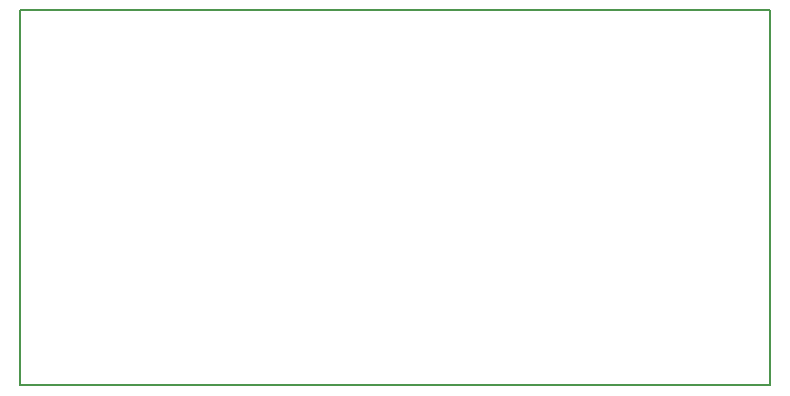
<source format=gbr>
%TF.GenerationSoftware,KiCad,Pcbnew,7.0.7*%
%TF.CreationDate,2024-02-10T10:35:29-08:00*%
%TF.ProjectId,Bandit_Dev_Platform,42616e64-6974-45f4-9465-765f506c6174,rev?*%
%TF.SameCoordinates,Original*%
%TF.FileFunction,Profile,NP*%
%FSLAX46Y46*%
G04 Gerber Fmt 4.6, Leading zero omitted, Abs format (unit mm)*
G04 Created by KiCad (PCBNEW 7.0.7) date 2024-02-10 10:35:29*
%MOMM*%
%LPD*%
G01*
G04 APERTURE LIST*
%TA.AperFunction,Profile*%
%ADD10C,0.200000*%
%TD*%
G04 APERTURE END LIST*
D10*
X20000000Y-20000000D02*
X83500000Y-20000000D01*
X83500000Y-51750000D01*
X20000000Y-51750000D01*
X20000000Y-20000000D01*
M02*

</source>
